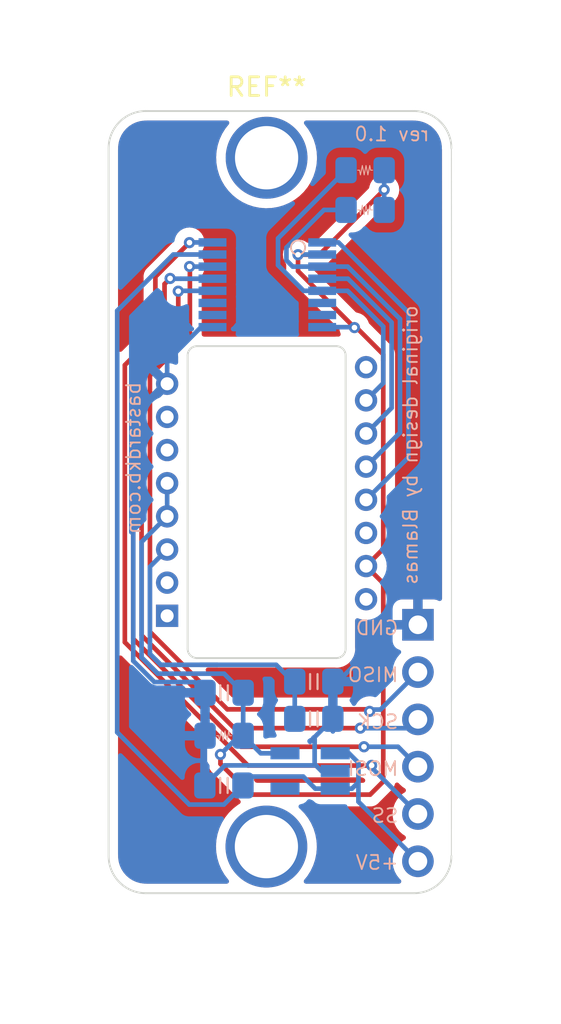
<source format=kicad_pcb>
(kicad_pcb (version 20210228) (generator pcbnew)
  (layers (0 "F.Cu" signal) (31 "B.Cu" signal) (34 "B.Paste" user) (35 "F.Paste" user) (36 "B.SilkS" user "B.Silkscreen") (37 "F.SilkS" user "F.Silkscreen") (38 "B.Mask" user) (39 "F.Mask" user) (44 "Edge.Cuts" user))
  (net 0 "")
  (net 1 "GND")
  (net 2 "VDD_5V")
  (net 3 "VDD_1.9V")
  (net 4 "Net-(C3-Pad1)")
  (net 5 "NCS_I")
  (net 6 "MOSI_I")
  (net 7 "SCLK_I")
  (net 8 "MISO_I")
  (net 10 "SCLK")
  (net 11 "MOSI")
  (net 12 "MISO")
  (net 13 "NCS")
  (net 22 "MOTION_I")
  (net 23 "MOTION")
  (footprint "MountingHole:MountingHole_3.2mm_M3_DIN965_Pad" (layer "F.Cu") (at 81.56 92.17)
    (fp_text reference "REF**" (at 0 -3.8) (layer "F.SilkS"))
    (fp_text value "MountingHole_3.2mm_M3_DIN965_Pad")
    (pad "1" thru_hole circle (at 0 0) (size 4.4 4.4) (drill 3.4) (layers *.Cu *.Mask))
  )
  (footprint "" (layer "F.Cu") (at 81.55 129.16)
    (fp_text reference "" (at 0 0) (layer "F.SilkS") (effects (font (size 1.27 1.27))))
    (fp_text value "" (at 0 0) (layer "F.SilkS") (effects (font (size 1.27 1.27))))
    (pad "1" thru_hole circle (at 0 0) (size 4.4 4.4) (drill 3.4) (layers *.Cu *.Mask))
  )
  (footprint "Connector_PinHeader_2.54mm:PinHeader_1x06_P2.54mm_Vertical" (layer "F.Cu") (at 89.7 117.25)
    (fp_text reference "J1" hide)
    (fp_text value "Conn_01x06_Female")
    (pad "1" thru_hole rect (at 0 0) (size 1.7 1.7) (drill 1) (layers *.Cu *.Mask) (net 1 "GND"))
    (pad "2" thru_hole oval (at 0 2.54) (size 1.7 1.7) (drill 1) (layers *.Cu *.Mask) (net 8 "MISO_I"))
    (pad "3" thru_hole oval (at 0 5.08) (size 1.7 1.7) (drill 1) (layers *.Cu *.Mask) (net 7 "SCLK_I"))
    (pad "4" thru_hole oval (at 0 7.62) (size 1.7 1.7) (drill 1) (layers *.Cu *.Mask) (net 6 "MOSI_I"))
    (pad "5" thru_hole oval (at 0 10.16) (size 1.7 1.7) (drill 1) (layers *.Cu *.Mask) (net 5 "NCS_I"))
    (pad "6" thru_hole oval (at 0 12.7) (size 1.7 1.7) (drill 1) (layers *.Cu *.Mask) (net 2 "VDD_5V"))
  )
  (footprint "local:TSSOP-16_4.4x5mm_P0.65mm" (layer "B.Cu") (at 81.602 98.992 180)
    (fp_text reference "U3" hide)
    (fp_text value "TXB0106PWR")
    (fp_circle (center -1.65 2) (end -1.269211 2) (layer "B.SilkS") (width 0.1) (fill none))
    (pad "1" smd rect (at -2.95 2.275 180) (size 1.5 0.45) (layers "B.Cu" "B.Paste" "B.Mask") (net 13 "NCS"))
    (pad "2" smd rect (at -2.95 1.625 180) (size 1.5 0.45) (layers "B.Cu" "B.Paste" "B.Mask") (net 3 "VDD_1.9V"))
    (pad "3" smd rect (at -2.95 0.975 180) (size 1.5 0.45) (layers "B.Cu" "B.Paste" "B.Mask") (net 12 "MISO"))
    (pad "4" smd rect (at -2.95 0.325 180) (size 1.5 0.45) (layers "B.Cu" "B.Paste" "B.Mask") (net 11 "MOSI"))
    (pad "5" smd rect (at -2.95 -0.325 180) (size 1.5 0.45) (layers "B.Cu" "B.Paste" "B.Mask") (net 10 "SCLK"))
    (pad "6" smd rect (at -2.95 -0.975 180) (size 1.5 0.45) (layers "B.Cu" "B.Paste" "B.Mask"))
    (pad "7" smd rect (at -2.95 -1.625 180) (size 1.5 0.45) (layers "B.Cu" "B.Paste" "B.Mask"))
    (pad "8" smd rect (at -2.95 -2.275 180) (size 1.5 0.45) (layers "B.Cu" "B.Paste" "B.Mask") (net 3 "VDD_1.9V"))
    (pad "9" smd rect (at 2.95 -2.275 180) (size 1.5 0.45) (layers "B.Cu" "B.Paste" "B.Mask") (net 1 "GND"))
    (pad "10" smd rect (at 2.95 -1.625 180) (size 1.5 0.45) (layers "B.Cu" "B.Paste" "B.Mask"))
    (pad "11" smd rect (at 2.95 -0.975 180) (size 1.5 0.45) (layers "B.Cu" "B.Paste" "B.Mask") (net 22 "MOTION_I"))
    (pad "12" smd rect (at 2.95 -0.325 180) (size 1.5 0.45) (layers "B.Cu" "B.Paste" "B.Mask") (net 7 "SCLK_I"))
    (pad "13" smd rect (at 2.95 0.325 180) (size 1.5 0.45) (layers "B.Cu" "B.Paste" "B.Mask") (net 6 "MOSI_I"))
    (pad "14" smd rect (at 2.95 0.975 180) (size 1.5 0.45) (layers "B.Cu" "B.Paste" "B.Mask") (net 8 "MISO_I"))
    (pad "15" smd rect (at 2.95 1.625 180) (size 1.5 0.45) (layers "B.Cu" "B.Paste" "B.Mask") (net 2 "VDD_5V"))
    (pad "16" smd rect (at 2.95 2.275 180) (size 1.5 0.45) (layers "B.Cu" "B.Paste" "B.Mask") (net 5 "NCS_I"))
  )
  (footprint "local:R_0805_2012Metric_Pad1.15x1.40mm_HandSolder" (layer "B.Cu") (at 86.859 94.973)
    (fp_text reference "R1" hide)
    (fp_text value "10k")
    (fp_line (start 0.25 -0.25) (end 0.3 0) (layer "B.SilkS") (width 0.05))
    (fp_line (start 0.3 0) (end 0.4 0) (layer "B.SilkS") (width 0.05))
    (fp_line (start 0.15 0.25) (end 0.25 -0.25) (layer "B.SilkS") (width 0.05))
    (fp_line (start 0.05 -0.25) (end 0.15 0.25) (layer "B.SilkS") (width 0.05))
    (fp_line (start -0.25 0.25) (end -0.15 -0.25) (layer "B.SilkS") (width 0.05))
    (fp_line (start -0.4 0) (end -0.3 0) (layer "B.SilkS") (width 0.05))
    (fp_line (start -0.15 -0.25) (end -0.05 0.25) (layer "B.SilkS") (width 0.05))
    (fp_line (start -0.3 0) (end -0.25 0.25) (layer "B.SilkS") (width 0.05))
    (fp_line (start -0.05 0.25) (end 0.05 -0.25) (layer "B.SilkS") (width 0.05))
    (pad "1" smd roundrect (at -1.025 0) (size 1.15 1.4) (layers "B.Cu" "B.Paste" "B.Mask") (roundrect_rratio 0.217391) (net 12 "MISO"))
    (pad "2" smd roundrect (at 1.025 0) (size 1.15 1.4) (layers "B.Cu" "B.Paste" "B.Mask") (roundrect_rratio 0.217391) (net 3 "VDD_1.9V"))
  )
  (footprint "local:R_0805_2012Metric_Pad1.15x1.40mm_HandSolder" (layer "B.Cu") (at 86.859 92.839)
    (fp_text reference "R2" hide)
    (fp_text value "10k")
    (fp_line (start 0.15 0.25) (end 0.25 -0.25) (layer "B.SilkS") (width 0.05))
    (fp_line (start 0.25 -0.25) (end 0.3 0) (layer "B.SilkS") (width 0.05))
    (fp_line (start -0.05 0.25) (end 0.05 -0.25) (layer "B.SilkS") (width 0.05))
    (fp_line (start -0.15 -0.25) (end -0.05 0.25) (layer "B.SilkS") (width 0.05))
    (fp_line (start -0.4 0) (end -0.3 0) (layer "B.SilkS") (width 0.05))
    (fp_line (start 0.3 0) (end 0.4 0) (layer "B.SilkS") (width 0.05))
    (fp_line (start -0.3 0) (end -0.25 0.25) (layer "B.SilkS") (width 0.05))
    (fp_line (start 0.05 -0.25) (end 0.15 0.25) (layer "B.SilkS") (width 0.05))
    (fp_line (start -0.25 0.25) (end -0.15 -0.25) (layer "B.SilkS") (width 0.05))
    (pad "1" smd roundrect (at -1.025 0) (size 1.15 1.4) (layers "B.Cu" "B.Paste" "B.Mask") (roundrect_rratio 0.217391) (net 10 "SCLK"))
    (pad "2" smd roundrect (at 1.025 0) (size 1.15 1.4) (layers "B.Cu" "B.Paste" "B.Mask") (roundrect_rratio 0.217391) (net 3 "VDD_1.9V"))
  )
  (footprint "local:DIP-16_W10.16mm" (layer "B.Cu") (at 77.311 118.288)
    (fp_text reference "U4" hide)
    (fp_text value "PMW3360DM-T2QU")
    (pad "1" thru_hole rect (at -1.1 -1.52) (size 1.2 1.2) (drill 0.7) (layers *.Cu *.Mask))
    (pad "2" thru_hole circle (at -1.1 -3.3) (size 1.2 1.2) (drill 0.7) (layers *.Cu *.Mask))
    (pad "3" thru_hole circle (at -1.1 -5.08) (size 1.2 1.2) (drill 0.7) (layers *.Cu *.Mask) (net 4 "Net-(C3-Pad1)"))
    (pad "4" thru_hole circle (at -1.1 -6.86) (size 1.2 1.2) (drill 0.7) (layers *.Cu *.Mask) (net 3 "VDD_1.9V"))
    (pad "5" thru_hole circle (at -1.1 -8.64) (size 1.2 1.2) (drill 0.7) (layers *.Cu *.Mask) (net 3 "VDD_1.9V"))
    (pad "6" thru_hole circle (at -1.1 -10.42) (size 1.2 1.2) (drill 0.7) (layers *.Cu *.Mask))
    (pad "7" thru_hole circle (at -1.1 -12.2) (size 1.2 1.2) (drill 0.7) (layers *.Cu *.Mask))
    (pad "8" thru_hole circle (at -1.1 -13.98) (size 1.2 1.2) (drill 0.7) (layers *.Cu *.Mask) (net 1 "GND"))
    (pad "9" thru_hole circle (at 9.6 -14.87) (size 1.2 1.2) (drill 0.7) (layers *.Cu *.Mask) (net 23 "MOTION"))
    (pad "10" thru_hole circle (at 9.6 -13.09) (size 1.2 1.2) (drill 0.7) (layers *.Cu *.Mask) (net 10 "SCLK"))
    (pad "11" thru_hole circle (at 9.6 -11.31) (size 1.2 1.2) (drill 0.7) (layers *.Cu *.Mask) (net 11 "MOSI"))
    (pad "12" thru_hole circle (at 9.6 -9.53) (size 1.2 1.2) (drill 0.7) (layers *.Cu *.Mask) (net 12 "MISO"))
    (pad "13" thru_hole circle (at 9.6 -7.75) (size 1.2 1.2) (drill 0.7) (layers *.Cu *.Mask) (net 13 "NCS"))
    (pad "14" thru_hole circle (at 9.6 -5.97) (size 1.2 1.2) (drill 0.7) (layers *.Cu *.Mask))
    (pad "15" thru_hole circle (at 9.6 -4.19) (size 1.2 1.2) (drill 0.7) (layers *.Cu *.Mask) (net 3 "VDD_1.9V"))
    (pad "16" thru_hole circle (at 9.6 -2.41) (size 1.2 1.2) (drill 0.7) (layers *.Cu *.Mask))
  )
  (footprint "local:C_0805_2012Metric_Pad1.15x1.40mm_HandSolder" (layer "B.Cu") (at 79.275 120.9 180)
    (fp_text reference "C2" hide)
    (fp_text value "1uF")
    (fp_line (start -0.2 -0.4) (end -0.2 0.4) (layer "B.SilkS") (width 0.12))
    (fp_line (start 0.2 0.4) (end 0.2 -0.4) (layer "B.SilkS") (width 0.12))
    (pad "1" smd roundrect (at -1.025 0 180) (size 1.15 1.4) (layers "B.Cu" "B.Paste" "B.Mask") (roundrect_rratio 0.217391) (net 3 "VDD_1.9V"))
    (pad "2" smd roundrect (at 1.025 0 180) (size 1.15 1.4) (layers "B.Cu" "B.Paste" "B.Mask") (roundrect_rratio 0.217391) (net 1 "GND"))
  )
  (footprint "local:C_0805_2012Metric_Pad1.15x1.40mm_HandSolder" (layer "B.Cu") (at 79.264 125.879 180)
    (fp_text reference "C1" hide)
    (fp_text value "1uF")
    (fp_line (start -0.2 -0.4) (end -0.2 0.4) (layer "B.SilkS") (width 0.12))
    (fp_line (start 0.2 0.4) (end 0.2 -0.4) (layer "B.SilkS") (width 0.12))
    (pad "1" smd roundrect (at -1.025 0 180) (size 1.15 1.4) (layers "B.Cu" "B.Paste" "B.Mask") (roundrect_rratio 0.217391) (net 2 "VDD_5V"))
    (pad "2" smd roundrect (at 1.025 0 180) (size 1.15 1.4) (layers "B.Cu" "B.Paste" "B.Mask") (roundrect_rratio 0.217391) (net 1 "GND"))
  )
  (footprint "local:C_0805_2012Metric_Pad1.15x1.40mm_HandSolder" (layer "B.Cu") (at 84.1 120.3)
    (fp_text reference "C3" hide)
    (fp_text value "0.1uF")
    (fp_line (start -0.2 -0.4) (end -0.2 0.4) (layer "B.SilkS") (width 0.12))
    (fp_line (start 0.2 0.4) (end 0.2 -0.4) (layer "B.SilkS") (width 0.12))
    (pad "1" smd roundrect (at -1.025 0) (size 1.15 1.4) (layers "B.Cu" "B.Paste" "B.Mask") (roundrect_rratio 0.217391) (net 4 "Net-(C3-Pad1)"))
    (pad "2" smd roundrect (at 1.025 0) (size 1.15 1.4) (layers "B.Cu" "B.Paste" "B.Mask") (roundrect_rratio 0.217391) (net 1 "GND"))
  )
  (footprint "local:SOT-23-5_HandSoldering" (layer "B.Cu") (at 83.9 125.1 180)
    (fp_text reference "U2" hide)
    (fp_text value "TLV70019_SOT23-5")
    (pad "1" smd rect (at -1.35 0.95 180) (size 1.56 0.65) (layers "B.Cu" "B.Paste" "B.Mask") (net 2 "VDD_5V"))
    (pad "2" smd rect (at -1.35 0 180) (size 1.56 0.65) (layers "B.Cu" "B.Paste" "B.Mask") (net 1 "GND"))
    (pad "3" smd rect (at -1.35 -0.95 180) (size 1.56 0.65) (layers "B.Cu" "B.Paste" "B.Mask") (net 2 "VDD_5V"))
    (pad "4" smd rect (at 1.35 -0.95 180) (size 1.56 0.65) (layers "B.Cu" "B.Paste" "B.Mask"))
    (pad "5" smd rect (at 1.35 0.95 180) (size 1.56 0.65) (layers "B.Cu" "B.Paste" "B.Mask") (net 3 "VDD_1.9V"))
  )
  (footprint "local:R_0805_2012Metric_Pad1.15x1.40mm_HandSolder" (layer "B.Cu") (at 79.275 123.207 180)
    (fp_text reference "R3" hide)
    (fp_text value "10k")
    (fp_line (start 0.3 0) (end 0.4 0) (layer "B.SilkS") (width 0.05))
    (fp_line (start -0.05 0.25) (end 0.05 -0.25) (layer "B.SilkS") (width 0.05))
    (fp_line (start -0.15 -0.25) (end -0.05 0.25) (layer "B.SilkS") (width 0.05))
    (fp_line (start -0.25 0.25) (end -0.15 -0.25) (layer "B.SilkS") (width 0.05))
    (fp_line (start -0.3 0) (end -0.25 0.25) (layer "B.SilkS") (width 0.05))
    (fp_line (start 0.25 -0.25) (end 0.3 0) (layer "B.SilkS") (width 0.05))
    (fp_line (start 0.05 -0.25) (end 0.15 0.25) (layer "B.SilkS") (width 0.05))
    (fp_line (start -0.4 0) (end -0.3 0) (layer "B.SilkS") (width 0.05))
    (fp_line (start 0.15 0.25) (end 0.25 -0.25) (layer "B.SilkS") (width 0.05))
    (pad "1" smd roundrect (at -1.025 0 180) (size 1.15 1.4) (layers "B.Cu" "B.Paste" "B.Mask") (roundrect_rratio 0.217391) (net 3 "VDD_1.9V"))
    (pad "2" smd roundrect (at 1.025 0 180) (size 1.15 1.4) (layers "B.Cu" "B.Paste" "B.Mask") (roundrect_rratio 0.217391) (net 1 "GND"))
  )
  (footprint "local:C_0805_2012Metric_Pad1.15x1.40mm_HandSolder" (layer "B.Cu") (at 84.1 122.3)
    (fp_text reference "C4" hide)
    (fp_text value "4.7uF")
    (fp_line (start -0.2 -0.4) (end -0.2 0.4) (layer "B.SilkS") (width 0.12))
    (fp_line (start 0.2 0.4) (end 0.2 -0.4) (layer "B.SilkS") (width 0.12))
    (pad "1" smd roundrect (at -1.025 0) (size 1.15 1.4) (layers "B.Cu" "B.Paste" "B.Mask") (roundrect_rratio 0.217391) (net 4 "Net-(C3-Pad1)"))
    (pad "2" smd roundrect (at 1.025 0) (size 1.15 1.4) (layers "B.Cu" "B.Paste" "B.Mask") (roundrect_rratio 0.217391) (net 1 "GND"))
  )
  (gr_line (start 77.812 119.038001) (end 85.312 119.038001) (layer "Edge.Cuts") (width 0.1))
  (gr_line (start 77.312 118.538001) (end 77.312 102.788001) (layer "Edge.Cuts") (width 0.1))
  (gr_line (start 73.062 91.663) (end 73.062 129.663) (layer "Edge.Cuts") (width 0.1))
  (gr_line (start 91.51 101.814214) (end 91.5 91.663) (layer "Edge.Cuts") (width 0.05))
  (gr_arc (start 89.5 91.663) (end 91.5 91.663) (angle -90) (layer "Edge.Cuts") (width 0.1))
  (gr_line (start 77.812 102.288001) (end 85.312 102.288001) (layer "Edge.Cuts") (width 0.1))
  (gr_arc (start 77.812 118.538001) (end 77.312 118.538001) (angle -90) (layer "Edge.Cuts") (width 0.1))
  (gr_arc (start 75.062 129.663) (end 73.062 129.663) (angle -90) (layer "Edge.Cuts") (width 0.1))
  (gr_line (start 89.5 89.663) (end 75.062 89.663) (layer "Edge.Cuts") (width 0.1))
  (gr_arc (start 89.500001 129.663001) (end 89.500002 131.663) (angle -90) (layer "Edge.Cuts") (width 0.1))
  (gr_arc (start 75.062 91.663) (end 75.062 89.663) (angle -90) (layer "Edge.Cuts") (width 0.1))
  (gr_line (start 85.812 102.788001) (end 85.812 118.538001) (layer "Edge.Cuts") (width 0.1))
  (gr_line (start 75.062 131.663) (end 89.500002 131.663) (layer "Edge.Cuts") (width 0.1))
  (gr_arc (start 85.312 102.788001) (end 85.812 102.788001) (angle -90) (layer "Edge.Cuts") (width 0.1))
  (gr_line (start 91.51 101.814214) (end 91.5 129.663) (layer "Edge.Cuts") (width 0.05))
  (gr_arc (start 85.312 118.538001) (end 85.312 119.038001) (angle -90) (layer "Edge.Cuts") (width 0.1))
  (gr_arc (start 77.812 102.788001) (end 77.812 102.288001) (angle -90) (layer "Edge.Cuts") (width 0.1))
  (gr_text "MOSI" (at 87.285714 124.98) (layer "B.SilkS") (effects (font (size 0.75 0.75) (thickness 0.1)) (justify mirror)))
  (gr_text "+5V" (at 87.5 130.02) (layer "B.SilkS") (effects (font (size 0.75 0.75) (thickness 0.1)) (justify mirror)))
  (gr_text "GND" (at 87.5 117.42) (layer "B.SilkS") (effects (font (size 0.75 0.75) (thickness 0.1)) (justify mirror)))
  (gr_text "original design by Blamas" (at 89.3 107.6 90) (layer "B.SilkS") (effects (font (size 0.75 0.75) (thickness 0.1)) (justify mirror)))
  (gr_text "rev 1.0" (at 88.3 90.9) (layer "B.SilkS") (effects (font (size 0.75 0.75) (thickness 0.1)) (justify mirror)))
  (gr_text "SS" (at 87.928571 127.5) (layer "B.SilkS") (effects (font (size 0.75 0.75) (thickness 0.1)) (justify mirror)))
  (gr_text "MISO" (at 87.285714 119.94) (layer "B.SilkS") (effects (font (size 0.75 0.75) (thickness 0.1)) (justify mirror)))
  (gr_text "SCK" (at 87.535714 122.46) (layer "B.SilkS") (effects (font (size 0.75 0.75) (thickness 0.1)) (justify mirror)))
  (gr_text "bastardkb.com" (at 74.4 108.3 90) (layer "B.SilkS") (effects (font (size 0.75 0.75) (thickness 0.1)) (justify mirror)))
  (segment (start 76.211 104.308) (end 74.38598 106.13302) (width 0.25) (layer "B.Cu") (net 1))
  (segment (start 78.239 120.911) (end 78.25 120.9) (width 0.25) (layer "B.Cu") (net 1))
  (segment (start 78.239 125.879) (end 78.239 120.911) (width 0.25) (layer "B.Cu") (net 1))
  (segment (start 78.652 101.267) (end 78.035 101.267) (width 0.25) (layer "B.Cu") (net 1))
  (segment (start 76.211 103.091) (end 76.211 103.459472) (width 0.25) (layer "B.Cu") (net 1))
  (segment (start 78.25 120.9) (end 77.675 120.325) (width 0.25) (layer "B.Cu") (net 1))
  (segment (start 84.144989 124.735009) (end 84.50998 125.1) (width 0.25) (layer "B.Cu") (net 1))
  (segment (start 84.079987 124.800011) (end 79.700011 124.800011) (width 0.25) (layer "B.Cu") (net 1))
  (segment (start 79.700011 124.800011) (end 79.317989 124.800011) (width 0.25) (layer "B.Cu") (net 1))
  (segment (start 77.675 120.325) (end 75.524166 120.325) (width 0.25) (layer "B.Cu") (net 1))
  (segment (start 85.125 122.3) (end 84.144989 123.280011) (width 0.25) (layer "B.Cu") (net 1))
  (segment (start 79.700011 124.800011) (end 79.300011 124.800011) (width 0.25) (layer "B.Cu") (net 1))
  (segment (start 79.317989 124.800011) (end 78.239 125.879) (width 0.25) (layer "B.Cu") (net 1))
  (segment (start 75.524166 120.325) (end 74.385979 119.186813) (width 0.25) (layer "B.Cu") (net 1))
  (segment (start 84.50998 125.1) (end 85.25 125.1) (width 0.25) (layer "B.Cu") (net 1))
  (segment (start 76.211 103.459472) (end 76.211 104.308) (width 0.25) (layer "B.Cu") (net 1))
  (segment (start 74.385979 119.186813) (end 74.385979 106.133021) (width 0.25) (layer "B.Cu") (net 1))
  (segment (start 84.144989 124.735009) (end 84.079987 124.800011) (width 0.25) (layer "B.Cu") (net 1))
  (segment (start 78.035 101.267) (end 76.211 103.091) (width 0.25) (layer "B.Cu") (net 1))
  (segment (start 84.144989 123.280011) (end 84.144989 124.735009) (width 0.25) (layer "B.Cu") (net 1))
  (segment (start 85.125 120.4) (end 85.3 120.4) (width 0.25) (layer "B.Cu") (net 1))
  (segment (start 74.385979 106.133021) (end 76.211 104.308) (width 0.25) (layer "B.Cu") (net 1))
  (segment (start 85.3 120.4) (end 88.45 117.25) (width 0.25) (layer "B.Cu") (net 1))
  (segment (start 85.125 122.975) (end 85.125 122.3) (width 0.25) (layer "B.Cu") (net 1))
  (segment (start 85.125 120.4) (end 85.125 122.3) (width 0.25) (layer "B.Cu") (net 1))
  (segment (start 88.45 117.25) (end 89.7 117.25) (width 0.25) (layer "B.Cu") (net 1))
  (segment (start 86.5 125.7) (end 86.5 126.75) (width 0.25) (layer "B.Cu") (net 2))
  (segment (start 85.25 126.05) (end 86.15 126.05) (width 0.25) (layer "B.Cu") (net 2))
  (segment (start 85.25 124.15) (end 85.99002 124.15) (width 0.25) (layer "B.Cu") (net 2))
  (segment (start 85.25 126.05) (end 84.181978 126.05) (width 0.25) (layer "B.Cu") (net 2))
  (segment (start 86.5 126.75) (end 86.675 126.925) (width 0.25) (layer "B.Cu") (net 2))
  (segment (start 80.289 125.879) (end 79.26398 126.90402) (width 0.25) (layer "B.Cu") (net 2))
  (segment (start 80.761 125.4) (end 80.389 125.772) (width 0.25) (layer "B.Cu") (net 2))
  (segment (start 83.531978 125.4) (end 80.761 125.4) (width 0.25) (layer "B.Cu") (net 2))
  (segment (start 77.40402 126.90402) (end 73.52501 123.02501) (width 0.25) (layer "B.Cu") (net 2))
  (segment (start 79.26398 126.90402) (end 77.40402 126.90402) (width 0.25) (layer "B.Cu") (net 2))
  (segment (start 86.675 126.925) (end 89.7 129.95) (width 0.25) (layer "B.Cu") (net 2))
  (segment (start 85.99002 124.15) (end 86.5 124.65998) (width 0.25) (layer "B.Cu") (net 2))
  (segment (start 73.52501 123.02501) (end 73.52501 100.38499) (width 0.25) (layer "B.Cu") (net 2))
  (segment (start 73.52501 100.38499) (end 76.543 97.367) (width 0.25) (layer "B.Cu") (net 2))
  (segment (start 86.15 126.05) (end 86.5 125.7) (width 0.25) (layer "B.Cu") (net 2))
  (segment (start 76.543 97.367) (end 78.652 97.367) (width 0.25) (layer "B.Cu") (net 2))
  (segment (start 86.5 124.65998) (end 86.5 125.7) (width 0.25) (layer "B.Cu") (net 2))
  (segment (start 84.181978 126.05) (end 83.531978 125.4) (width 0.25) (layer "B.Cu") (net 2))
  (segment (start 87.836001 125.663999) (end 87.13 126.37) (width 0.25) (layer "F.Cu") (net 3))
  (segment (start 87.836001 103.057999) (end 87.836001 102.756001) (width 0.25) (layer "F.Cu") (net 3))
  (segment (start 86.911 114.098) (end 87.836001 115.023001) (width 0.25) (layer "F.Cu") (net 3))
  (segment (start 83.251 97.377) (end 84.399 97.377) (width 0.25) (layer "F.Cu") (net 3))
  (segment (start 87.836001 102.729737) (end 86.367264 101.261) (width 0.25) (layer "F.Cu") (net 3))
  (segment (start 87.884 93.892) (end 87.89 93.898) (width 0.25) (layer "F.Cu") (net 3))
  (segment (start 83.251 98.256074) (end 86.286 101.291074) (width 0.25) (layer "F.Cu") (net 3))
  (segment (start 84.399 97.377) (end 87.884 93.892) (width 0.25) (layer "F.Cu") (net 3))
  (segment (start 87.836001 103.057999) (end 87.836001 102.729737) (width 0.25) (layer "F.Cu") (net 3))
  (segment (start 86.367264 101.261) (end 86.316074 101.261) (width 0.25) (layer "F.Cu") (net 3))
  (segment (start 87.836001 113.172999) (end 87.836001 103.057999) (width 0.25) (layer "F.Cu") (net 3))
  (segment (start 79.078642 124.21375) (end 79.078642 124.718642) (width 0.25) (layer "F.Cu") (net 3))
  (segment (start 83.251 97.377) (end 83.251 98.256074) (width 0.25) (layer "F.Cu") (net 3))
  (segment (start 79.078642 124.718642) (end 80.73 126.37) (width 0.25) (layer "F.Cu") (net 3))
  (segment (start 87.836001 115.023001) (end 87.836001 125.663999) (width 0.25) (layer "F.Cu") (net 3))
  (segment (start 86.911 114.098) (end 87.836001 113.172999) (width 0.25) (layer "F.Cu") (net 3))
  (segment (start 87.13 126.37) (end 80.73 126.37) (width 0.25) (layer "F.Cu") (net 3))
  (via (at 86.286 101.291074) (size 0.6) (drill 0.3) (layers "F.Cu" "B.Cu") (net 3))
  (via (at 79.078642 124.21375) (size 0.6) (drill 0.3) (layers "F.Cu" "B.Cu") (net 3))
  (via (at 87.884 93.892) (size 0.6) (drill 0.3) (layers "F.Cu" "B.Cu") (net 3))
  (via (at 83.251 97.377) (size 0.6) (drill 0.3) (layers "F.Cu" "B.Cu") (net 3))
  (segment (start 74.835989 112.803011) (end 76.211 111.428) (width 0.25) (layer "B.Cu") (net 3))
  (segment (start 83.261 97.367) (end 83.251 97.377) (width 0.25) (layer "B.Cu") (net 3))
  (segment (start 75.71057 119.87498) (end 74.835989 119.000399) (width 0.25) (layer "B.Cu") (net 3))
  (segment (start 87.884 93.892) (end 87.884 94.973) (width 0.25) (layer "B.Cu") (net 3))
  (segment (start 75.71057 119.87498) (end 75.417795 119.582205) (width 0.25) (layer "B.Cu") (net 3))
  (segment (start 80.3 123.207) (end 80.085392 123.207) (width 0.25) (layer "B.Cu") (net 3))
  (segment (start 80.3 120.9) (end 79.27498 119.87498) (width 0.25) (layer "B.Cu") (net 3))
  (segment (start 82.55 124.15) (end 81.243 124.15) (width 0.25) (layer "B.Cu") (net 3))
  (segment (start 79.27498 119.87498) (end 75.71057 119.87498) (width 0.25) (layer "B.Cu") (net 3))
  (segment (start 81.243 124.15) (end 80.3 123.207) (width 0.25) (layer "B.Cu") (net 3))
  (segment (start 74.835989 119.000399) (end 74.835989 112.803011) (width 0.25) (layer "B.Cu") (net 3))
  (segment (start 76.211 111.428) (end 76.211 109.648) (width 0.25) (layer "B.Cu") (net 3))
  (segment (start 84.552 101.267) (end 86.261926 101.267) (width 0.25) (layer "B.Cu") (net 3))
  (segment (start 87.884 92.839) (end 87.884 93.892) (width 0.25) (layer "B.Cu") (net 3))
  (segment (start 80.085392 123.207) (end 79.078642 124.21375) (width 0.25) (layer "B.Cu") (net 3))
  (segment (start 84.552 97.367) (end 83.261 97.367) (width 0.25) (layer "B.Cu") (net 3))
  (segment (start 80.3 120.9) (end 80.3 123.207) (width 0.25) (layer "B.Cu") (net 3))
  (segment (start 86.261926 101.267) (end 86.286 101.291074) (width 0.25) (layer "B.Cu") (net 3))
  (segment (start 83.075 120.4) (end 82.075 119.4) (width 0.25) (layer "B.Cu") (net 4))
  (segment (start 78.9 119.4) (end 78 119.4) (width 0.25) (layer "B.Cu") (net 4))
  (segment (start 75.772 119.3) (end 75.586 119.114) (width 0.25) (layer "B.Cu") (net 4))
  (segment (start 75.285999 118.813999) (end 75.285999 114.133001) (width 0.25) (layer "B.Cu") (net 4))
  (segment (start 82.968 120.293) (end 83.075 120.4) (width 0.25) (layer "B.Cu") (net 4))
  (segment (start 83.075 120.4) (end 83.075 122.3) (width 0.25) (layer "B.Cu") (net 4))
  (segment (start 75.586 119.114) (end 75.285999 118.813999) (width 0.25) (layer "B.Cu") (net 4))
  (segment (start 78.9 119.4) (end 75.872 119.4) (width 0.25) (layer "B.Cu") (net 4))
  (segment (start 82.075 119.4) (end 78.9 119.4) (width 0.25) (layer "B.Cu") (net 4))
  (segment (start 75.285999 114.133001) (end 76.211 113.208) (width 0.25) (layer "B.Cu") (net 4))
  (segment (start 75.872 119.4) (end 75.586 119.114) (width 0.25) (layer "B.Cu") (net 4))
  (segment (start 73.935971 118.187194) (end 73.93597 103.30403) (width 0.25) (layer "F.Cu") (net 5))
  (segment (start 87.201001 124.81) (end 80.558777 124.81) (width 0.25) (layer "F.Cu") (net 5))
  (segment (start 75.578 101.662) (end 75.578 98.561) (width 0.25) (layer "F.Cu") (net 5))
  (segment (start 75.578 98.561) (end 77.411 96.728) (width 0.25) (layer "F.Cu") (net 5))
  (segment (start 80.558777 124.81) (end 73.935971 118.187194) (width 0.25) (layer "F.Cu") (net 5))
  (segment (start 87.211001 124.8) (end 87.201001 124.81) (width 0.25) (layer "F.Cu") (net 5))
  (segment (start 73.93597 103.30403) (end 75.578 101.662) (width 0.25) (layer "F.Cu") (net 5))
  (via (at 77.411 96.728) (size 0.6) (drill 0.3) (layers "F.Cu" "B.Cu") (net 5))
  (via (at 87.211001 124.8) (size 0.6) (drill 0.3) (layers "F.Cu" "B.Cu") (net 5))
  (segment (start 78.652 96.717) (end 77.422 96.717) (width 0.25) (layer "B.Cu") (net 5))
  (segment (start 87.211001 124.8) (end 87.211001 124.921001) (width 0.25) (layer "B.Cu") (net 5))
  (segment (start 77.422 96.717) (end 77.411 96.728) (width 0.25) (layer "B.Cu") (net 5))
  (segment (start 87.211001 124.921001) (end 89.7 127.41) (width 0.25) (layer "B.Cu") (net 5))
  (segment (start 76.070943 101.805467) (end 76.070943 98.951941) (width 0.25) (layer "F.Cu") (net 6))
  (segment (start 80.185187 123.8) (end 74.38598 118.000793) (width 0.25) (layer "F.Cu") (net 6))
  (segment (start 74.38598 118.000793) (end 74.38598 103.49043) (width 0.25) (layer "F.Cu") (net 6))
  (segment (start 76.070943 98.951941) (end 76.370942 98.651942) (width 0.25) (layer "F.Cu") (net 6))
  (segment (start 86.8 123.8) (end 80.185187 123.8) (width 0.25) (layer "F.Cu") (net 6))
  (segment (start 74.38598 103.49043) (end 76.070943 101.805467) (width 0.25) (layer "F.Cu") (net 6))
  (via (at 86.8 123.8) (size 0.6) (drill 0.3) (layers "F.Cu" "B.Cu") (net 6))
  (via (at 76.370942 98.651942) (size 0.6) (drill 0.3) (layers "F.Cu" "B.Cu") (net 6))
  (segment (start 88.765 123.935) (end 89.7 124.87) (width 0.25) (layer "B.Cu") (net 6))
  (segment (start 88.63 123.8) (end 88.765 123.935) (width 0.25) (layer "B.Cu") (net 6))
  (segment (start 78.652 98.667) (end 76.946759 98.667) (width 0.25) (layer "B.Cu") (net 6))
  (segment (start 76.946759 98.667) (end 76.386 98.667) (width 0.25) (layer "B.Cu") (net 6))
  (segment (start 76.386 98.667) (end 76.370942 98.651942) (width 0.25) (layer "B.Cu") (net 6))
  (segment (start 88.633 123.803) (end 88.765 123.935) (width 0.25) (layer "B.Cu") (net 6))
  (segment (start 86.8 123.8) (end 88.63 123.8) (width 0.25) (layer "B.Cu") (net 6))
  (segment (start 74.835989 103.677599) (end 76.809629 101.703959) (width 0.25) (layer "F.Cu") (net 7))
  (segment (start 79.821589 122.8) (end 74.835989 117.8144) (width 0.25) (layer "F.Cu") (net 7))
  (segment (start 74.835989 117.8144) (end 74.835989 103.677599) (width 0.25) (layer "F.Cu") (net 7))
  (segment (start 86.6 122.8) (end 79.821589 122.8) (width 0.25) (layer "F.Cu") (net 7))
  (segment (start 76.809629 101.703959) (end 76.80963 99.337) (width 0.25) (layer "F.Cu") (net 7))
  (via (at 76.80963 99.337) (size 0.6) (drill 0.3) (layers "F.Cu" "B.Cu") (net 7))
  (via (at 86.6 122.8) (size 0.6) (drill 0.3) (layers "F.Cu" "B.Cu") (net 7))
  (segment (start 86.6 122.8) (end 86.603 122.803) (width 0.25) (layer "B.Cu") (net 7))
  (segment (start 89.227 122.803) (end 89.7 122.33) (width 0.25) (layer "B.Cu") (net 7))
  (segment (start 78.652 99.317) (end 76.82963 99.317) (width 0.25) (layer "B.Cu") (net 7))
  (segment (start 76.82963 99.317) (end 76.80963 99.337) (width 0.25) (layer "B.Cu") (net 7))
  (segment (start 86.603 122.803) (end 89.227 122.803) (width 0.25) (layer "B.Cu") (net 7))
  (segment (start 77.43463 101.715368) (end 77.43463 98.02663) (width 0.25) (layer "F.Cu") (net 8))
  (segment (start 87.1 121.9) (end 86.99 121.79) (width 0.25) (layer "F.Cu") (net 8))
  (segment (start 79.447998 121.79) (end 75.286 117.628002) (width 0.25) (layer "F.Cu") (net 8))
  (segment (start 86.99 121.79) (end 79.447998 121.79) (width 0.25) (layer "F.Cu") (net 8))
  (segment (start 77.43463 98.02663) (end 77.419 98.011) (width 0.25) (layer "F.Cu") (net 8))
  (segment (start 75.286 117.628002) (end 75.286 103.863998) (width 0.25) (layer "F.Cu") (net 8))
  (segment (start 75.286 103.863998) (end 77.43463 101.715368) (width 0.25) (layer "F.Cu") (net 8))
  (via (at 87.1 121.9) (size 0.6) (drill 0.3) (layers "F.Cu" "B.Cu") (net 8))
  (via (at 77.419 98.011) (size 0.6) (drill 0.3) (layers "F.Cu" "B.Cu") (net 8))
  (segment (start 87.687 121.803) (end 89.7 119.79) (width 0.25) (layer "B.Cu") (net 8))
  (segment (start 78.652 98.017) (end 77.425 98.017) (width 0.25) (layer "B.Cu") (net 8))
  (segment (start 87.1 121.9) (end 87.197 121.803) (width 0.25) (layer "B.Cu") (net 8))
  (segment (start 77.425 98.017) (end 77.419 98.011) (width 0.25) (layer "B.Cu") (net 8))
  (segment (start 87.197 121.803) (end 87.687 121.803) (width 0.25) (layer "B.Cu") (net 8))
  (segment (start 84.552 99.317) (end 85.917 99.317) (width 0.25) (layer "B.Cu") (net 10))
  (segment (start 83.552 99.317) (end 84.552 99.317) (width 0.25) (layer "B.Cu") (net 10))
  (segment (start 87.836001 101.236001) (end 87.836001 104.272999) (width 0.25) (layer "B.Cu") (net 10))
  (segment (start 87.836001 104.272999) (end 86.911 105.198) (width 0.25) (layer "B.Cu") (net 10))
  (segment (start 85.917 99.317) (end 87.836001 101.236001) (width 0.25) (layer "B.Cu") (net 10))
  (segment (start 85.834 92.839) (end 82.175989 96.497011) (width 0.25) (layer "B.Cu") (net 10))
  (segment (start 82.175989 96.497011) (end 82.175989 97.940989) (width 0.25) (layer "B.Cu") (net 10))
  (segment (start 82.175989 97.940989) (end 83.552 99.317) (width 0.25) (layer "B.Cu") (net 10))
  (segment (start 88.286011 101.016011) (end 88.286011 105.602989) (width 0.25) (layer "B.Cu") (net 11))
  (segment (start 85.937 98.667) (end 88.286011 101.016011) (width 0.25) (layer "B.Cu") (net 11))
  (segment (start 87.510999 106.378001) (end 86.911 106.978) (width 0.25) (layer "B.Cu") (net 11))
  (segment (start 84.552 98.667) (end 85.937 98.667) (width 0.25) (layer "B.Cu") (net 11))
  (segment (start 88.286011 105.602989) (end 87.510999 106.378001) (width 0.25) (layer "B.Cu") (net 11))
  (segment (start 85.834 94.973) (end 84.647 94.973) (width 0.25) (layer "B.Cu") (net 12))
  (segment (start 82.625999 97.677001) (end 82.625999 97.076999) (width 0.25) (layer "B.Cu") (net 12))
  (segment (start 88.736021 106.932979) (end 88.736022 105.789389) (width 0.25) (layer "B.Cu") (net 12))
  (segment (start 84.647 94.973) (end 82.625999 96.994001) (width 0.25) (layer "B.Cu") (net 12))
  (segment (start 88.736022 105.789389) (end 88.736022 100.829611) (width 0.25) (layer "B.Cu") (net 12))
  (segment (start 82.965998 98.017) (end 82.625999 97.677001) (width 0.25) (layer "B.Cu") (net 12))
  (segment (start 85.923411 98.017) (end 85.552 98.017) (width 0.25) (layer "B.Cu") (net 12))
  (segment (start 82.625999 96.994001) (end 82.625999 97.076999) (width 0.25) (layer "B.Cu") (net 12))
  (segment (start 84.552 98.017) (end 82.965998 98.017) (width 0.25) (layer "B.Cu") (net 12))
  (segment (start 86.911 108.758) (end 88.736021 106.932979) (width 0.25) (layer "B.Cu") (net 12))
  (segment (start 85.552 98.017) (end 84.552 98.017) (width 0.25) (layer "B.Cu") (net 12))
  (segment (start 88.736022 100.829611) (end 85.923411 98.017) (width 0.25) (layer "B.Cu") (net 12))
  (segment (start 89.18603 100.47603) (end 85.427 96.717) (width 0.25) (layer "B.Cu") (net 13))
  (segment (start 86.911 110.538) (end 89.18603 108.26297) (width 0.25) (layer "B.Cu") (net 13))
  (segment (start 85.427 96.717) (end 84.552 96.717) (width 0.25) (layer "B.Cu") (net 13))
  (segment (start 89.18603 108.26297) (end 89.18603 100.47603) (width 0.25) (layer "B.Cu") (net 13))
  (zone (net 1) (net_name "GND") (layers F&B.Cu) (connect_pads (clearance 0.508)) (min_thickness 0.254) (fill yes (thermal_gap 0.508) (thermal_bridge_width 0.508) (island_removal_mode 2) (island_area_min 1))
    (polygon (pts (xy 97.3 137.7) (xy 67.7 138.7) (xy 70.4 87) (xy 93.8 83.7)))
  )
)
</source>
